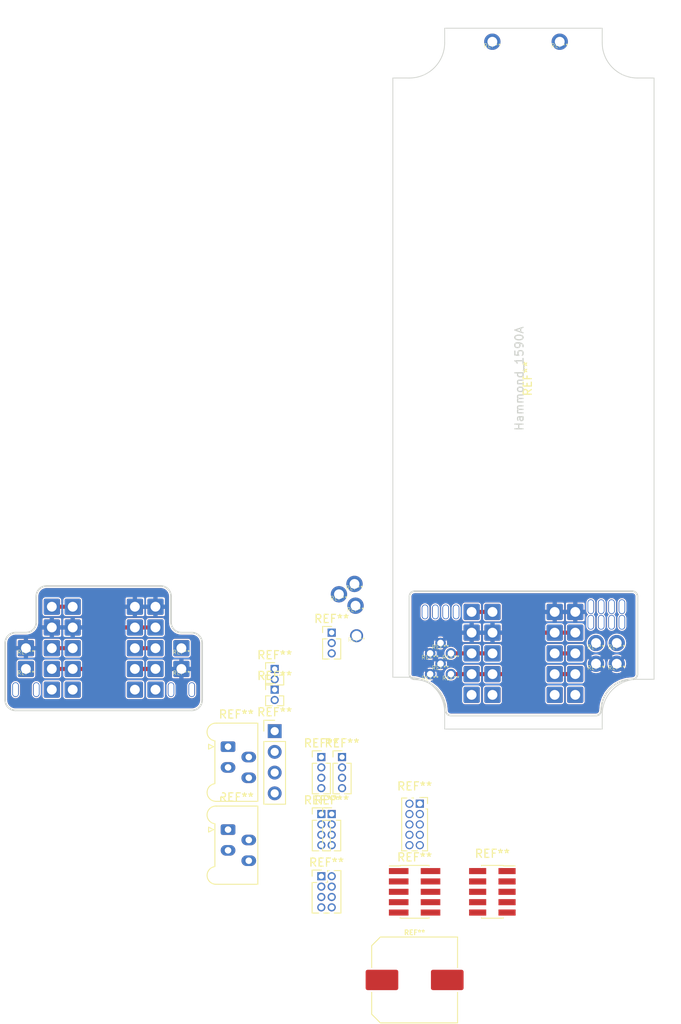
<source format=kicad_pcb>
(kicad_pcb (version 20171130) (host pcbnew "(5.0.2)-1")
  (layers (0 F.Cu signal) (31 B.Cu signal) (34 B.Paste user) (35 F.Paste user) (36 B.SilkS user) (37 F.SilkS user) (38 B.Mask user) (39 F.Mask user) (44 Edge.Cuts user))
  (net 0 "")
  (net 1 /IN)
  (net 2 /OUT)
  (net 3 /RTN)
  (net 4 /SND)
  (net 5 /GND)
  (net 6 /CAP_-)
  (net 7 /SW_1)
  (net 8 /SW_2)
  (module SA_Connectors_Wire:NPTH_1x_3.5mm (layer F.Cu) (at 181.61 26.035)
    (fp_text reference REF** (at 0 0.5) (layer F.SilkS) (effects (font (size 0.5 0.5) (thickness 0.05))))
    (fp_text value NPTH_1x_3.5mm hide)
    (pad "" thru_hole circle (at 0 0) (size 2 2) (drill 1.2) (layers *.Cu *.Mask) (net 5 /GND))
  )
  (module Connector_PinHeader_1.27mm:PinHeader_1x04_P1.27mm_Vertical (layer F.Cu) (at 153.67 120.65)
    (fp_text reference REF** (at 0 -1.695) (layer F.SilkS))
    (fp_text value PinHeader_1x04_P1.27mm_Vertical)
    (fp_line (start -1.11 4.505) (end -0.30753 4.505) (layer F.SilkS) (width 0.12))
    (fp_line (start 0.30753 4.505) (end 1.11 4.505) (layer F.SilkS) (width 0.12))
    (fp_line (start -1.11 0.76) (end -1.11 4.505) (layer F.SilkS) (width 0.12))
    (fp_line (start 1.11 0.76) (end 1.11 4.505) (layer F.SilkS) (width 0.12))
    (fp_line (start -1.11 0.76) (end -0.563471 0.76) (layer F.SilkS) (width 0.12))
    (fp_line (start 0.563471 0.76) (end 1.11 0.76) (layer F.SilkS) (width 0.12))
    (fp_line (start -1.11 0) (end -1.11 -0.76) (layer F.SilkS) (width 0.12))
    (fp_line (start -1.11 -0.76) (end 0 -0.76) (layer F.SilkS) (width 0.12))
    (pad 1 thru_hole rect (at 0 0) (size 1 1) (drill 0.65) (layers *.Cu *.Mask))
    (pad 2 thru_hole oval (at 0 1.27) (size 1 1) (drill 0.65) (layers *.Cu *.Mask))
    (pad 3 thru_hole oval (at 0 2.54) (size 1 1) (drill 0.65) (layers *.Cu *.Mask))
    (pad 4 thru_hole oval (at 0 3.81) (size 1 1) (drill 0.65) (layers *.Cu *.Mask))
  )
  (module Connector_PinHeader_1.27mm:PinHeader_1x04_P1.27mm_Vertical (layer F.Cu) (at 152.4 120.65)
    (fp_text reference REF** (at 0 -1.695) (layer F.SilkS))
    (fp_text value PinHeader_1x04_P1.27mm_Vertical)
    (fp_line (start -1.11 -0.76) (end 0 -0.76) (layer F.SilkS) (width 0.12))
    (fp_line (start -1.11 0) (end -1.11 -0.76) (layer F.SilkS) (width 0.12))
    (fp_line (start 0.563471 0.76) (end 1.11 0.76) (layer F.SilkS) (width 0.12))
    (fp_line (start -1.11 0.76) (end -0.563471 0.76) (layer F.SilkS) (width 0.12))
    (fp_line (start 1.11 0.76) (end 1.11 4.505) (layer F.SilkS) (width 0.12))
    (fp_line (start -1.11 0.76) (end -1.11 4.505) (layer F.SilkS) (width 0.12))
    (fp_line (start 0.30753 4.505) (end 1.11 4.505) (layer F.SilkS) (width 0.12))
    (fp_line (start -1.11 4.505) (end -0.30753 4.505) (layer F.SilkS) (width 0.12))
    (pad 4 thru_hole oval (at 0 3.81) (size 1 1) (drill 0.65) (layers *.Cu *.Mask))
    (pad 3 thru_hole oval (at 0 2.54) (size 1 1) (drill 0.65) (layers *.Cu *.Mask))
    (pad 2 thru_hole oval (at 0 1.27) (size 1 1) (drill 0.65) (layers *.Cu *.Mask))
    (pad 1 thru_hole rect (at 0 0) (size 1 1) (drill 0.65) (layers *.Cu *.Mask))
  )
  (module Connector_PinHeader_1.27mm:PinHeader_1x04_P1.27mm_Vertical (layer F.Cu) (at 154.94 113.665)
    (fp_text reference REF** (at 0 -1.695) (layer F.SilkS))
    (fp_text value PinHeader_1x04_P1.27mm_Vertical)
    (fp_line (start -1.11 4.505) (end -0.30753 4.505) (layer F.SilkS) (width 0.12))
    (fp_line (start 0.30753 4.505) (end 1.11 4.505) (layer F.SilkS) (width 0.12))
    (fp_line (start -1.11 0.76) (end -1.11 4.505) (layer F.SilkS) (width 0.12))
    (fp_line (start 1.11 0.76) (end 1.11 4.505) (layer F.SilkS) (width 0.12))
    (fp_line (start -1.11 0.76) (end -0.563471 0.76) (layer F.SilkS) (width 0.12))
    (fp_line (start 0.563471 0.76) (end 1.11 0.76) (layer F.SilkS) (width 0.12))
    (fp_line (start -1.11 0) (end -1.11 -0.76) (layer F.SilkS) (width 0.12))
    (fp_line (start -1.11 -0.76) (end 0 -0.76) (layer F.SilkS) (width 0.12))
    (pad 1 thru_hole rect (at 0 0) (size 1 1) (drill 0.65) (layers *.Cu *.Mask))
    (pad 2 thru_hole oval (at 0 1.27) (size 1 1) (drill 0.65) (layers *.Cu *.Mask))
    (pad 3 thru_hole oval (at 0 2.54) (size 1 1) (drill 0.65) (layers *.Cu *.Mask))
    (pad 4 thru_hole oval (at 0 3.81) (size 1 1) (drill 0.65) (layers *.Cu *.Mask))
  )
  (module Connector_PinHeader_1.27mm:PinHeader_1x02_P1.27mm_Vertical (layer F.Cu) (at 146.685 102.87)
    (fp_text reference REF** (at 0 -1.695) (layer F.SilkS))
    (fp_text value PinHeader_1x02_P1.27mm_Vertical)
    (fp_line (start -1.11 1.965) (end -0.30753 1.965) (layer F.SilkS) (width 0.12))
    (fp_line (start 0.30753 1.965) (end 1.11 1.965) (layer F.SilkS) (width 0.12))
    (fp_line (start -1.11 0.76) (end -1.11 1.965) (layer F.SilkS) (width 0.12))
    (fp_line (start 1.11 0.76) (end 1.11 1.965) (layer F.SilkS) (width 0.12))
    (fp_line (start -1.11 0.76) (end -0.563471 0.76) (layer F.SilkS) (width 0.12))
    (fp_line (start 0.563471 0.76) (end 1.11 0.76) (layer F.SilkS) (width 0.12))
    (fp_line (start -1.11 0) (end -1.11 -0.76) (layer F.SilkS) (width 0.12))
    (fp_line (start -1.11 -0.76) (end 0 -0.76) (layer F.SilkS) (width 0.12))
    (pad 1 thru_hole rect (at 0 0) (size 1 1) (drill 0.65) (layers *.Cu *.Mask))
    (pad 2 thru_hole oval (at 0 1.27) (size 1 1) (drill 0.65) (layers *.Cu *.Mask))
  )
  (module SA_Connectors_Wire:ZipTie_Hole_1.6x0.6_PTH_0.2_mm_Annular (layer F.Cu) (at 165.1 95.885)
    (fp_text reference REF** hide)
    (fp_text value ZipTie_Hole_1.6x0.6_PTH_0.2_mm_Annular hide)
    (pad "" thru_hole oval (at 0 0) (size 0.8 1.8) (drill oval 0.6 1.6) (layers *.Cu *.Mask))
  )
  (module SA_Connectors_Wire:ZipTie_Hole_1.6x0.6_PTH_0.2_mm_Annular (layer F.Cu) (at 166.37 95.885)
    (fp_text reference REF** hide)
    (fp_text value ZipTie_Hole_1.6x0.6_PTH_0.2_mm_Annular hide)
    (pad "" thru_hole oval (at 0 0) (size 0.8 1.8) (drill oval 0.6 1.6) (layers *.Cu *.Mask))
  )
  (module SA_Connectors_Wire:NPTH_1x_3.5mm (layer F.Cu) (at 167.005 102.235)
    (fp_text reference REF** (at 0 0.5) (layer F.SilkS) (effects (font (size 0.5 0.5) (thickness 0.05))))
    (fp_text value NPTH_1x_3.5mm hide)
    (pad "" thru_hole circle (at 0 0) (size 1.3 1.3) (drill 0.8) (layers *.Cu *.Mask) (net 5 /GND))
  )
  (module SA_Connectors_Wire:NPTH_1x_3.5mm (layer F.Cu) (at 165.735 103.505)
    (fp_text reference REF** (at 0 0.5) (layer F.SilkS) (effects (font (size 0.5 0.5) (thickness 0.05))))
    (fp_text value NPTH_1x_3.5mm hide)
    (pad "" thru_hole circle (at 0 0) (size 1.3 1.3) (drill 0.8) (layers *.Cu *.Mask) (net 5 /GND))
  )
  (module SA_Connectors_Wire:NPTH_1x_3.5mm (layer F.Cu) (at 165.735 100.965)
    (fp_text reference REF** (at 0 0.5) (layer F.SilkS) (effects (font (size 0.5 0.5) (thickness 0.05))))
    (fp_text value NPTH_1x_3.5mm hide)
    (pad "" thru_hole circle (at 0 0) (size 1.3 1.3) (drill 0.8) (layers *.Cu *.Mask) (net 5 /GND))
  )
  (module SA_Connectors_Wire:NPTH_1x_3.5mm (layer F.Cu) (at 167.005 99.695)
    (fp_text reference REF** (at 0 0.5) (layer F.SilkS) (effects (font (size 0.5 0.5) (thickness 0.05))))
    (fp_text value NPTH_1x_3.5mm hide)
    (pad "" thru_hole circle (at 0 0) (size 1.3 1.3) (drill 0.8) (layers *.Cu *.Mask) (net 5 /GND))
  )
  (module SA_Connectors_Wire:NPTH_1x_3.5mm (layer F.Cu) (at 156.718 98.806)
    (fp_text reference REF** (at 0 0.5) (layer F.SilkS) (effects (font (size 0.5 0.5) (thickness 0.05))))
    (fp_text value NPTH_1x_3.5mm hide)
    (pad "" thru_hole circle (at 0 0) (size 1.6 1.6) (drill 1.2) (layers *.Cu *.Mask) (net 1 /IN))
  )
  (module SA_Connectors_Wire:NPTH_1x_3.5mm (layer F.Cu) (at 156.591 95.123)
    (fp_text reference REF** (at 0 0.5) (layer F.SilkS) (effects (font (size 0.5 0.5) (thickness 0.05))))
    (fp_text value NPTH_1x_3.5mm hide)
    (pad "" thru_hole circle (at 0 0) (size 2 2) (drill 1.2) (layers *.Cu *.Mask) (net 5 /GND))
  )
  (module SA_Connectors_Wire:NPTH_1x_3.5mm (layer F.Cu) (at 154.559 93.726)
    (fp_text reference REF** (at 0 0.5) (layer F.SilkS) (effects (font (size 0.5 0.5) (thickness 0.05))))
    (fp_text value NPTH_1x_3.5mm hide)
    (pad "" thru_hole circle (at 0 0) (size 2 2) (drill 1.2) (layers *.Cu *.Mask) (net 5 /GND))
  )
  (module SA_Connectors_Wire:NPTH_1x_3.5mm (layer F.Cu) (at 156.464 92.456)
    (fp_text reference REF** (at 0 0.5) (layer F.SilkS) (effects (font (size 0.5 0.5) (thickness 0.05))))
    (fp_text value NPTH_1x_3.5mm hide)
    (pad "" thru_hole circle (at 0 0) (size 2 2) (drill 1.2) (layers *.Cu *.Mask) (net 5 /GND))
  )
  (module SA_Connectors_Wire:NPTH_1x_3.5mm (layer F.Cu) (at 168.275 100.965)
    (fp_text reference REF** (at 0 0.5) (layer F.SilkS) (effects (font (size 0.5 0.5) (thickness 0.05))))
    (fp_text value NPTH_1x_3.5mm hide)
    (pad "" thru_hole circle (at 0 0) (size 1.3 1.3) (drill 0.8) (layers *.Cu *.Mask) (net 4 /SND))
  )
  (module SA_Connectors_Wire:NPTH_1x_3.5mm (layer F.Cu) (at 188.595 102.235)
    (fp_text reference REF** (at 0 0.5) (layer F.SilkS) (effects (font (size 0.5 0.5) (thickness 0.05))))
    (fp_text value NPTH_1x_3.5mm hide)
    (pad "" thru_hole circle (at 0 0) (size 2 2) (drill 1.2) (layers *.Cu *.Mask) (net 5 /GND))
  )
  (module SA_Connectors_Wire:NPTH_1x_3.5mm (layer F.Cu) (at 188.595 99.695)
    (fp_text reference REF** (at 0 0.5) (layer F.SilkS) (effects (font (size 0.5 0.5) (thickness 0.05))))
    (fp_text value NPTH_1x_3.5mm hide)
    (pad "" thru_hole circle (at 0 0) (size 2 2) (drill 1.2) (layers *.Cu *.Mask) (net 3 /RTN))
  )
  (module SA_Connectors_Wire:ZipTie_Hole_1.6x0.6_PTH_0.2_mm_Annular (layer F.Cu) (at 189.23 97.155)
    (fp_text reference REF** hide)
    (fp_text value ZipTie_Hole_1.6x0.6_PTH_0.2_mm_Annular hide)
    (pad "" thru_hole oval (at 0 0) (size 0.8 1.8) (drill oval 0.6 1.6) (layers *.Cu *.Mask))
  )
  (module SA_Connectors_Wire:ZipTie_Hole_1.6x0.6_PTH_0.2_mm_Annular (layer F.Cu) (at 187.96 97.155)
    (fp_text reference REF** hide)
    (fp_text value ZipTie_Hole_1.6x0.6_PTH_0.2_mm_Annular hide)
    (pad "" thru_hole oval (at 0 0) (size 0.8 1.8) (drill oval 0.6 1.6) (layers *.Cu *.Mask))
  )
  (module SA_Connectors_Wire:ZipTie_Hole_1.6x0.6_PTH_0.2_mm_Annular (layer F.Cu) (at 189.23 95.25)
    (fp_text reference REF** hide)
    (fp_text value ZipTie_Hole_1.6x0.6_PTH_0.2_mm_Annular hide)
    (pad "" thru_hole oval (at 0 0) (size 0.8 1.8) (drill oval 0.6 1.6) (layers *.Cu *.Mask))
  )
  (module SA_Connectors_Wire:ZipTie_Hole_1.6x0.6_PTH_0.2_mm_Annular (layer F.Cu) (at 187.96 95.25)
    (fp_text reference REF** hide)
    (fp_text value ZipTie_Hole_1.6x0.6_PTH_0.2_mm_Annular hide)
    (pad "" thru_hole oval (at 0 0) (size 0.8 1.8) (drill oval 0.6 1.6) (layers *.Cu *.Mask))
  )
  (module SA_Connectors_Wire:ZipTie_Hole_1.6x0.6_PTH_0.2_mm_Annular (layer F.Cu) (at 185.42 95.25)
    (fp_text reference REF** hide)
    (fp_text value ZipTie_Hole_1.6x0.6_PTH_0.2_mm_Annular hide)
    (pad "" thru_hole oval (at 0 0) (size 0.8 1.8) (drill oval 0.6 1.6) (layers *.Cu *.Mask))
  )
  (module SA_Connectors_Wire:ZipTie_Hole_1.6x0.6_PTH_0.2_mm_Annular (layer F.Cu) (at 186.69 95.25)
    (fp_text reference REF** hide)
    (fp_text value ZipTie_Hole_1.6x0.6_PTH_0.2_mm_Annular hide)
    (pad "" thru_hole oval (at 0 0) (size 0.8 1.8) (drill oval 0.6 1.6) (layers *.Cu *.Mask))
  )
  (module Connector_PinHeader_2.54mm:PinHeader_1x05_P2.54mm_Vertical (layer F.Cu) (at 170.815 95.885)
    (fp_text reference J1 hide)
    (fp_text value PinHeader_1x05_P2.54mm_Vertical_Bottom hide)
    (pad 5 thru_hole roundrect (at 0 10.16) (size 2 2) (drill 1.2) (layers *.Cu *.Mask) (roundrect_rratio 0.1) (net 7 /SW_1))
    (pad 4 thru_hole roundrect (at 0 7.62) (size 2 2) (drill 1.2) (layers *.Cu *.Mask) (roundrect_rratio 0.1) (net 1 /IN))
    (pad 3 thru_hole roundrect (at 0 5.08) (size 2 2) (drill 1.2) (layers *.Cu *.Mask) (roundrect_rratio 0.1) (net 4 /SND))
    (pad 2 thru_hole roundrect (at 0 2.54) (size 2 2) (drill 1.2) (layers *.Cu *.Mask) (roundrect_rratio 0.1) (net 5 /GND))
    (pad 1 thru_hole roundrect (at 0 0) (size 2 2) (drill 1.2) (layers *.Cu *.Mask) (roundrect_rratio 0.1) (net 6 /CAP_-))
  )
  (module SA_Connectors_Wire:NPTH_1x_3.5mm (layer F.Cu) (at 186.055 99.695)
    (fp_text reference REF** (at 0 0.5) (layer F.SilkS) (effects (font (size 0.5 0.5) (thickness 0.05))))
    (fp_text value NPTH_1x_3.5mm hide)
    (pad "" thru_hole circle (at 0 0) (size 2 2) (drill 1.2) (layers *.Cu *.Mask) (net 2 /OUT))
  )
  (module SA_Connectors_Wire:NPTH_1x_3.5mm (layer F.Cu) (at 168.275 103.505)
    (fp_text reference REF** (at 0 0.5) (layer F.SilkS) (effects (font (size 0.5 0.5) (thickness 0.05))))
    (fp_text value NPTH_1x_3.5mm hide)
    (pad "" thru_hole circle (at 0 0) (size 1.3 1.3) (drill 0.8) (layers *.Cu *.Mask) (net 1 /IN))
  )
  (module SA_Connectors_Wire:ZipTie_Hole_1.6x0.6_PTH_0.2_mm_Annular (layer F.Cu) (at 168.91 95.885)
    (fp_text reference REF** hide)
    (fp_text value ZipTie_Hole_1.6x0.6_PTH_0.2_mm_Annular hide)
    (pad "" thru_hole oval (at 0 0) (size 0.8 1.8) (drill oval 0.6 1.6) (layers *.Cu *.Mask))
  )
  (module SA_Connectors_Wire:ZipTie_Hole_1.6x0.6_PTH_0.2_mm_Annular (layer F.Cu) (at 185.42 97.155)
    (fp_text reference REF** hide)
    (fp_text value ZipTie_Hole_1.6x0.6_PTH_0.2_mm_Annular hide)
    (pad "" thru_hole oval (at 0 0) (size 0.8 1.8) (drill oval 0.6 1.6) (layers *.Cu *.Mask))
  )
  (module SA_Relays_THT:Kemet_EA2-5SNJ (layer F.Cu) (at 177.165 100.965)
    (fp_text reference K1 hide)
    (fp_text value Kemet_EA2-5SNJ)
    (pad 10 thru_hole roundrect (at 3.827711 -5.077203) (size 2 2) (drill 1.2) (layers *.Cu *.Mask) (roundrect_rratio 0.1) (net 5 /GND))
    (pad 9 thru_hole roundrect (at 3.827711 -2.537203) (size 2 2) (drill 1.2) (layers *.Cu *.Mask) (roundrect_rratio 0.1) (net 1 /IN))
    (pad 8 thru_hole roundrect (at 3.827711 0.002797) (size 2 2) (drill 1.2) (layers *.Cu *.Mask) (roundrect_rratio 0.1) (net 2 /OUT))
    (pad 7 thru_hole roundrect (at 3.827711 2.542797) (size 2 2) (drill 1.2) (layers *.Cu *.Mask) (roundrect_rratio 0.1) (net 3 /RTN))
    (pad 6 thru_hole roundrect (at 3.827711 5.082797) (size 2 2) (drill 1.2) (layers *.Cu *.Mask) (roundrect_rratio 0.1))
    (pad 5 thru_hole roundrect (at -3.792289 5.082797) (size 2 2) (drill 1.2) (layers *.Cu *.Mask) (roundrect_rratio 0.1))
    (pad 4 thru_hole roundrect (at -3.792289 2.542797) (size 2 2) (drill 1.2) (layers *.Cu *.Mask) (roundrect_rratio 0.1) (net 1 /IN))
    (pad 3 thru_hole roundrect (at -3.792289 0.002797) (size 2 2) (drill 1.2) (layers *.Cu *.Mask) (roundrect_rratio 0.1) (net 4 /SND))
    (pad 2 thru_hole roundrect (at -3.792289 -2.537203) (size 2 2) (drill 1.2) (layers *.Cu *.Mask) (roundrect_rratio 0.1) (net 5 /GND))
    (pad 1 thru_hole roundrect (at -3.792289 -5.077203) (size 2 2) (drill 1.2) (layers *.Cu *.Mask) (roundrect_rratio 0.1) (net 6 /CAP_-))
  )
  (module Connector_PinHeader_2.54mm:PinHeader_1x05_P2.54mm_Vertical (layer F.Cu) (at 183.515 95.885)
    (fp_text reference J3 hide)
    (fp_text value PinHeader_1x05_P2.54mm_Vertical_Bottom hide)
    (pad 6 thru_hole roundrect (at 0 10.16) (size 2 2) (drill 1.2) (layers *.Cu *.Mask) (roundrect_rratio 0.1) (net 8 /SW_2))
    (pad 7 thru_hole roundrect (at 0 7.62) (size 2 2) (drill 1.2) (layers *.Cu *.Mask) (roundrect_rratio 0.1) (net 3 /RTN))
    (pad 8 thru_hole roundrect (at 0 5.08) (size 2 2) (drill 1.2) (layers *.Cu *.Mask) (roundrect_rratio 0.1) (net 2 /OUT))
    (pad 9 thru_hole roundrect (at 0 2.54) (size 2 2) (drill 1.2) (layers *.Cu *.Mask) (roundrect_rratio 0.1) (net 1 /IN))
    (pad 10 thru_hole roundrect (at 0 0) (size 2 2) (drill 1.2) (layers *.Cu *.Mask) (roundrect_rratio 0.1) (net 5 /GND))
  )
  (module SA_Connectors_Wire:ZipTie_Hole_1.6x0.6_PTH_0.2_mm_Annular (layer F.Cu) (at 167.64 95.885)
    (fp_text reference REF** hide)
    (fp_text value ZipTie_Hole_1.6x0.6_PTH_0.2_mm_Annular hide)
    (pad "" thru_hole oval (at 0 0) (size 0.8 1.8) (drill oval 0.6 1.6) (layers *.Cu *.Mask))
  )
  (module SA_Connectors_Wire:NPTH_1x_3.5mm (layer F.Cu) (at 186.055 102.235)
    (fp_text reference REF** (at 0 0.5) (layer F.SilkS) (effects (font (size 0.5 0.5) (thickness 0.05))))
    (fp_text value NPTH_1x_3.5mm hide)
    (pad "" thru_hole circle (at 0 0) (size 2 2) (drill 1.2) (layers *.Cu *.Mask) (net 5 /GND))
  )
  (module SA_Connectors_Wire:NPTH_1x_3.5mm (layer F.Cu) (at 173.355 26.035)
    (fp_text reference REF** (at 0 0.5) (layer F.SilkS) (effects (font (size 0.5 0.5) (thickness 0.05))))
    (fp_text value NPTH_1x_3.5mm hide)
    (pad "" thru_hole circle (at 0 0) (size 2 2) (drill 1.2) (layers *.Cu *.Mask) (net 5 /GND))
  )
  (module SA_Connectors_Wire:ZipTie_Hole_1.6x0.6_PTH_0.2_mm_Annular (layer F.Cu) (at 186.69 97.155)
    (fp_text reference REF** hide)
    (fp_text value ZipTie_Hole_1.6x0.6_PTH_0.2_mm_Annular hide)
    (pad "" thru_hole oval (at 0 0) (size 0.8 1.8) (drill oval 0.6 1.6) (layers *.Cu *.Mask))
  )
  (module SA_Connectors_Wire:ZipTie_Hole_1.6x0.6_PTH_0.2_mm_Annular (layer F.Cu) (at 114.935 105.41)
    (fp_text reference REF** hide)
    (fp_text value ZipTie_Hole_1.6x0.6_PTH_0.2_mm_Annular hide)
    (pad "" thru_hole oval (at 0 0) (size 0.8 1.8) (drill oval 0.6 1.6) (layers *.Cu *.Mask))
  )
  (module SA_Connectors_Wire:ZipTie_Hole_1.6x0.6_PTH_0.2_mm_Annular (layer F.Cu) (at 117.475 105.41)
    (fp_text reference REF** hide)
    (fp_text value ZipTie_Hole_1.6x0.6_PTH_0.2_mm_Annular hide)
    (pad "" thru_hole oval (at 0 0) (size 0.8 1.8) (drill oval 0.6 1.6) (layers *.Cu *.Mask))
  )
  (module SA_Connectors_Wire:ZipTie_Hole_1.6x0.6_PTH_0.2_mm_Annular (layer F.Cu) (at 136.525 105.41)
    (fp_text reference REF** hide)
    (fp_text value ZipTie_Hole_1.6x0.6_PTH_0.2_mm_Annular hide)
    (pad "" thru_hole oval (at 0 0) (size 0.8 1.8) (drill oval 0.6 1.6) (layers *.Cu *.Mask))
  )
  (module SA_Connectors_Wire:NPTH_1x_3.5mm (layer F.Cu) (at 116.205 100.33)
    (fp_text reference REF** (at 0 0.5) (layer F.SilkS) (effects (font (size 0.5 0.5) (thickness 0.05))))
    (fp_text value NPTH_1x_3.5mm hide)
    (pad "" thru_hole roundrect (at 0 0) (size 2 2) (drill 1.2) (layers *.Cu *.Mask) (roundrect_rratio 0.1) (net 5 /GND))
  )
  (module SA_Connectors_Wire:NPTH_1x_3.5mm (layer F.Cu) (at 135.255 102.87)
    (fp_text reference REF** (at 0 0.5) (layer F.SilkS) (effects (font (size 0.5 0.5) (thickness 0.05))))
    (fp_text value NPTH_1x_3.5mm hide)
    (pad "" thru_hole roundrect (at 0 0) (size 2 2) (drill 1.2) (layers *.Cu *.Mask) (roundrect_rratio 0.1) (net 5 /GND))
  )
  (module SA_Connectors_Wire:NPTH_1x_3.5mm (layer F.Cu) (at 116.205 102.87)
    (fp_text reference REF** (at 0 0.5) (layer F.SilkS) (effects (font (size 0.5 0.5) (thickness 0.05))))
    (fp_text value NPTH_1x_3.5mm hide)
    (pad "" thru_hole roundrect (at 0 0) (size 2 2) (drill 1.2) (layers *.Cu *.Mask) (roundrect_rratio 0.1) (net 1 /IN))
  )
  (module SA_Connectors_Wire:NPTH_1x_3.5mm (layer F.Cu) (at 135.255 100.33)
    (fp_text reference REF** (at 0 0.5) (layer F.SilkS) (effects (font (size 0.5 0.5) (thickness 0.05))))
    (fp_text value NPTH_1x_3.5mm hide)
    (pad "" thru_hole roundrect (at 0 0) (size 2 2) (drill 1.2) (layers *.Cu *.Mask) (roundrect_rratio 0.1) (net 2 /OUT))
  )
  (module SA_Relays_THT:Kemet_EA2-5SNJ (layer F.Cu) (at 125.73 100.33)
    (fp_text reference K1 hide)
    (fp_text value Kemet_EA2-5SNJ)
    (pad 1 thru_hole roundrect (at -3.792289 -5.077203) (size 2 2) (drill 1.2) (layers *.Cu *.Mask) (roundrect_rratio 0.1) (net 6 /CAP_-))
    (pad 2 thru_hole roundrect (at -3.792289 -2.537203) (size 2 2) (drill 1.2) (layers *.Cu *.Mask) (roundrect_rratio 0.1) (net 5 /GND))
    (pad 3 thru_hole roundrect (at -3.792289 0.002797) (size 2 2) (drill 1.2) (layers *.Cu *.Mask) (roundrect_rratio 0.1) (net 4 /SND))
    (pad 4 thru_hole roundrect (at -3.792289 2.542797) (size 2 2) (drill 1.2) (layers *.Cu *.Mask) (roundrect_rratio 0.1) (net 1 /IN))
    (pad 5 thru_hole roundrect (at -3.792289 5.082797) (size 2 2) (drill 1.2) (layers *.Cu *.Mask) (roundrect_rratio 0.1))
    (pad 6 thru_hole roundrect (at 3.827711 5.082797) (size 2 2) (drill 1.2) (layers *.Cu *.Mask) (roundrect_rratio 0.1))
    (pad 7 thru_hole roundrect (at 3.827711 2.542797) (size 2 2) (drill 1.2) (layers *.Cu *.Mask) (roundrect_rratio 0.1) (net 3 /RTN))
    (pad 8 thru_hole roundrect (at 3.827711 0.002797) (size 2 2) (drill 1.2) (layers *.Cu *.Mask) (roundrect_rratio 0.1) (net 2 /OUT))
    (pad 9 thru_hole roundrect (at 3.827711 -2.537203) (size 2 2) (drill 1.2) (layers *.Cu *.Mask) (roundrect_rratio 0.1) (net 1 /IN))
    (pad 10 thru_hole roundrect (at 3.827711 -5.077203) (size 2 2) (drill 1.2) (layers *.Cu *.Mask) (roundrect_rratio 0.1) (net 5 /GND))
  )
  (module Connector_PinHeader_2.54mm:PinHeader_1x05_P2.54mm_Vertical (layer F.Cu) (at 132.08 95.25)
    (fp_text reference J3 hide)
    (fp_text value PinHeader_1x05_P2.54mm_Vertical_Bottom hide)
    (pad 10 thru_hole roundrect (at 0 0) (size 2 2) (drill 1.2) (layers *.Cu *.Mask) (roundrect_rratio 0.1) (net 5 /GND))
    (pad 9 thru_hole roundrect (at 0 2.54) (size 2 2) (drill 1.2) (layers *.Cu *.Mask) (roundrect_rratio 0.1) (net 1 /IN))
    (pad 8 thru_hole roundrect (at 0 5.08) (size 2 2) (drill 1.2) (layers *.Cu *.Mask) (roundrect_rratio 0.1) (net 2 /OUT))
    (pad 7 thru_hole roundrect (at 0 7.62) (size 2 2) (drill 1.2) (layers *.Cu *.Mask) (roundrect_rratio 0.1) (net 3 /RTN))
    (pad 6 thru_hole roundrect (at 0 10.16) (size 2 2) (drill 1.2) (layers *.Cu *.Mask) (roundrect_rratio 0.1) (net 8 /SW_2))
  )
  (module Connector_PinHeader_2.54mm:PinHeader_1x05_P2.54mm_Vertical (layer F.Cu) (at 119.38 95.25)
    (fp_text reference J1 hide)
    (fp_text value PinHeader_1x05_P2.54mm_Vertical_Bottom hide)
    (pad 1 thru_hole roundrect (at 0 0) (size 2 2) (drill 1.2) (layers *.Cu *.Mask) (roundrect_rratio 0.1) (net 6 /CAP_-))
    (pad 2 thru_hole roundrect (at 0 2.54) (size 2 2) (drill 1.2) (layers *.Cu *.Mask) (roundrect_rratio 0.1) (net 5 /GND))
    (pad 3 thru_hole roundrect (at 0 5.08) (size 2 2) (drill 1.2) (layers *.Cu *.Mask) (roundrect_rratio 0.1) (net 4 /SND))
    (pad 4 thru_hole roundrect (at 0 7.62) (size 2 2) (drill 1.2) (layers *.Cu *.Mask) (roundrect_rratio 0.1) (net 1 /IN))
    (pad 5 thru_hole roundrect (at 0 10.16) (size 2 2) (drill 1.2) (layers *.Cu *.Mask) (roundrect_rratio 0.1) (net 7 /SW_1))
  )
  (module SA_Enclosures:Hammond_1590A (layer F.Cu) (at 177.165 67.31 90)
    (fp_text reference REF** (at 0 0.508 90) (layer F.SilkS))
    (fp_text value Hammond_1590A (at 0 -0.508 90) (layer Edge.Cuts))
    (fp_line (start 36.83 13.97) (end 36.83 16.002) (layer Edge.Cuts) (width 0.1))
    (fp_line (start -36.83 13.97) (end -36.83 16.002) (layer Edge.Cuts) (width 0.1))
    (fp_line (start -41.148 9.652) (end -42.926 9.652) (layer Edge.Cuts) (width 0.1))
    (fp_line (start -40.894 -9.652) (end -42.926 -9.652) (layer Edge.Cuts) (width 0.1))
    (fp_line (start -36.576 -13.97) (end -36.576 -16.002) (layer Edge.Cuts) (width 0.1))
    (fp_line (start 36.83 -13.97) (end 36.83 -16.002) (layer Edge.Cuts) (width 0.1))
    (fp_line (start 41.148 -9.652) (end 42.926 -9.652) (layer Edge.Cuts) (width 0.1))
    (fp_line (start 41.148 9.652) (end 42.926 9.652) (layer Edge.Cuts) (width 0.1))
    (fp_arc (start 41.148 -13.97) (end 36.83 -13.97) (angle -90) (layer Edge.Cuts) (width 0.1))
    (fp_arc (start 41.148 13.97) (end 41.148 9.652) (angle -90) (layer Edge.Cuts) (width 0.1))
    (fp_arc (start -40.894 -13.97) (end -40.894 -9.652) (angle -90) (layer Edge.Cuts) (width 0.1))
    (fp_arc (start -41.148 13.97) (end -36.83 13.97) (angle -90) (layer Edge.Cuts) (width 0.1))
    (fp_line (start -42.926 -9.652) (end -42.926 9.652) (layer Edge.Cuts) (width 0.1))
    (fp_line (start 36.83 -16.002) (end -36.576 -16.002) (layer Edge.Cuts) (width 0.1))
    (fp_line (start 42.926 9.652) (end 42.926 -9.652) (layer Edge.Cuts) (width 0.1))
    (fp_line (start -36.83 16.002) (end 36.83 16.002) (layer Edge.Cuts) (width 0.1))
  )
  (module SA_Connectors_Wire:ZipTie_Hole_1.6x0.6_PTH_0.2_mm_Annular (layer F.Cu) (at 133.985 105.41)
    (fp_text reference REF** hide)
    (fp_text value ZipTie_Hole_1.6x0.6_PTH_0.2_mm_Annular hide)
    (pad "" thru_hole oval (at 0 0) (size 0.8 1.8) (drill oval 0.6 1.6) (layers *.Cu *.Mask))
  )
  (module Connector_PinHeader_1.27mm:PinHeader_1x03_P1.27mm_Vertical (layer F.Cu) (at 153.67 98.425)
    (fp_text reference REF** (at 0 -1.695) (layer F.SilkS))
    (fp_text value PinHeader_1x03_P1.27mm_Vertical)
    (fp_line (start -1.11 -0.76) (end 0 -0.76) (layer F.SilkS) (width 0.12))
    (fp_line (start -1.11 0) (end -1.11 -0.76) (layer F.SilkS) (width 0.12))
    (fp_line (start 0.563471 0.76) (end 1.11 0.76) (layer F.SilkS) (width 0.12))
    (fp_line (start -1.11 0.76) (end -0.563471 0.76) (layer F.SilkS) (width 0.12))
    (fp_line (start 1.11 0.76) (end 1.11 3.235) (layer F.SilkS) (width 0.12))
    (fp_line (start -1.11 0.76) (end -1.11 3.235) (layer F.SilkS) (width 0.12))
    (fp_line (start 0.30753 3.235) (end 1.11 3.235) (layer F.SilkS) (width 0.12))
    (fp_line (start -1.11 3.235) (end -0.30753 3.235) (layer F.SilkS) (width 0.12))
    (pad 3 thru_hole oval (at 0 2.54) (size 1 1) (drill 0.65) (layers *.Cu *.Mask))
    (pad 2 thru_hole oval (at 0 1.27) (size 1 1) (drill 0.65) (layers *.Cu *.Mask))
    (pad 1 thru_hole rect (at 0 0) (size 1 1) (drill 0.65) (layers *.Cu *.Mask))
  )
  (module Connector_PinHeader_1.27mm:PinHeader_1x02_P1.27mm_Vertical (layer F.Cu) (at 146.685 105.41)
    (fp_text reference REF** (at 0 -1.695) (layer F.SilkS))
    (fp_text value PinHeader_1x02_P1.27mm_Vertical)
    (fp_line (start -1.11 -0.76) (end 0 -0.76) (layer F.SilkS) (width 0.12))
    (fp_line (start -1.11 0) (end -1.11 -0.76) (layer F.SilkS) (width 0.12))
    (fp_line (start 0.563471 0.76) (end 1.11 0.76) (layer F.SilkS) (width 0.12))
    (fp_line (start -1.11 0.76) (end -0.563471 0.76) (layer F.SilkS) (width 0.12))
    (fp_line (start 1.11 0.76) (end 1.11 1.965) (layer F.SilkS) (width 0.12))
    (fp_line (start -1.11 0.76) (end -1.11 1.965) (layer F.SilkS) (width 0.12))
    (fp_line (start 0.30753 1.965) (end 1.11 1.965) (layer F.SilkS) (width 0.12))
    (fp_line (start -1.11 1.965) (end -0.30753 1.965) (layer F.SilkS) (width 0.12))
    (pad 2 thru_hole oval (at 0 1.27) (size 1 1) (drill 0.65) (layers *.Cu *.Mask))
    (pad 1 thru_hole rect (at 0 0) (size 1 1) (drill 0.65) (layers *.Cu *.Mask))
  )
  (module Connector_PinHeader_2.54mm:PinHeader_1x04_P2.54mm_Vertical (layer F.Cu) (at 146.685 110.49)
    (fp_text reference REF** (at 0 -2.33) (layer F.SilkS))
    (fp_text value PinHeader_1x04_P2.54mm_Vertical)
    (fp_line (start -1.33 -1.33) (end 0 -1.33) (layer F.SilkS) (width 0.12))
    (fp_line (start -1.33 0) (end -1.33 -1.33) (layer F.SilkS) (width 0.12))
    (fp_line (start -1.33 1.27) (end 1.33 1.27) (layer F.SilkS) (width 0.12))
    (fp_line (start 1.33 1.27) (end 1.33 8.95) (layer F.SilkS) (width 0.12))
    (fp_line (start -1.33 1.27) (end -1.33 8.95) (layer F.SilkS) (width 0.12))
    (fp_line (start -1.33 8.95) (end 1.33 8.95) (layer F.SilkS) (width 0.12))
    (pad 4 thru_hole oval (at 0 7.62) (size 1.7 1.7) (drill 1) (layers *.Cu *.Mask))
    (pad 3 thru_hole oval (at 0 5.08) (size 1.7 1.7) (drill 1) (layers *.Cu *.Mask))
    (pad 2 thru_hole oval (at 0 2.54) (size 1.7 1.7) (drill 1) (layers *.Cu *.Mask))
    (pad 1 thru_hole rect (at 0 0) (size 1.7 1.7) (drill 1) (layers *.Cu *.Mask))
  )
  (module Connector_PinHeader_1.27mm:PinHeader_1x04_P1.27mm_Vertical (layer F.Cu) (at 152.4 113.665)
    (fp_text reference REF** (at 0 -1.695) (layer F.SilkS))
    (fp_text value PinHeader_1x04_P1.27mm_Vertical)
    (fp_line (start -1.11 -0.76) (end 0 -0.76) (layer F.SilkS) (width 0.12))
    (fp_line (start -1.11 0) (end -1.11 -0.76) (layer F.SilkS) (width 0.12))
    (fp_line (start 0.563471 0.76) (end 1.11 0.76) (layer F.SilkS) (width 0.12))
    (fp_line (start -1.11 0.76) (end -0.563471 0.76) (layer F.SilkS) (width 0.12))
    (fp_line (start 1.11 0.76) (end 1.11 4.505) (layer F.SilkS) (width 0.12))
    (fp_line (start -1.11 0.76) (end -1.11 4.505) (layer F.SilkS) (width 0.12))
    (fp_line (start 0.30753 4.505) (end 1.11 4.505) (layer F.SilkS) (width 0.12))
    (fp_line (start -1.11 4.505) (end -0.30753 4.505) (layer F.SilkS) (width 0.12))
    (pad 4 thru_hole oval (at 0 3.81) (size 1 1) (drill 0.65) (layers *.Cu *.Mask))
    (pad 3 thru_hole oval (at 0 2.54) (size 1 1) (drill 0.65) (layers *.Cu *.Mask))
    (pad 2 thru_hole oval (at 0 1.27) (size 1 1) (drill 0.65) (layers *.Cu *.Mask))
    (pad 1 thru_hole rect (at 0 0) (size 1 1) (drill 0.65) (layers *.Cu *.Mask))
  )
  (module Connector_PinHeader_1.27mm:PinHeader_2x04_P1.27mm_Vertical (layer F.Cu) (at 152.4 128.27)
    (fp_text reference REF** (at 0.635 -1.695) (layer F.SilkS))
    (fp_text value PinHeader_2x04_P1.27mm_Vertical)
    (fp_line (start -1.13 -0.76) (end 0 -0.76) (layer F.SilkS) (width 0.12))
    (fp_line (start -1.13 0) (end -1.13 -0.76) (layer F.SilkS) (width 0.12))
    (fp_line (start 1.57753 -0.695) (end 2.4 -0.695) (layer F.SilkS) (width 0.12))
    (fp_line (start 0.76 -0.695) (end 0.96247 -0.695) (layer F.SilkS) (width 0.12))
    (fp_line (start 0.76 -0.563471) (end 0.76 -0.695) (layer F.SilkS) (width 0.12))
    (fp_line (start 0.76 0.706529) (end 0.76 0.563471) (layer F.SilkS) (width 0.12))
    (fp_line (start 0.563471 0.76) (end 0.706529 0.76) (layer F.SilkS) (width 0.12))
    (fp_line (start -1.13 0.76) (end -0.563471 0.76) (layer F.SilkS) (width 0.12))
    (fp_line (start 2.4 -0.695) (end 2.4 4.505) (layer F.SilkS) (width 0.12))
    (fp_line (start -1.13 0.76) (end -1.13 4.505) (layer F.SilkS) (width 0.12))
    (fp_line (start 0.30753 4.505) (end 0.96247 4.505) (layer F.SilkS) (width 0.12))
    (fp_line (start 1.57753 4.505) (end 2.4 4.505) (layer F.SilkS) (width 0.12))
    (fp_line (start -1.13 4.505) (end -0.30753 4.505) (layer F.SilkS) (width 0.12))
    (pad 8 thru_hole oval (at 1.27 3.81) (size 1 1) (drill 0.65) (layers *.Cu *.Mask))
    (pad 7 thru_hole oval (at 0 3.81) (size 1 1) (drill 0.65) (layers *.Cu *.Mask))
    (pad 6 thru_hole oval (at 1.27 2.54) (size 1 1) (drill 0.65) (layers *.Cu *.Mask))
    (pad 5 thru_hole oval (at 0 2.54) (size 1 1) (drill 0.65) (layers *.Cu *.Mask))
    (pad 4 thru_hole oval (at 1.27 1.27) (size 1 1) (drill 0.65) (layers *.Cu *.Mask))
    (pad 3 thru_hole oval (at 0 1.27) (size 1 1) (drill 0.65) (layers *.Cu *.Mask))
    (pad 2 thru_hole oval (at 1.27 0) (size 1 1) (drill 0.65) (layers *.Cu *.Mask))
    (pad 1 thru_hole rect (at 0 0) (size 1 1) (drill 0.65) (layers *.Cu *.Mask))
  )
  (module Connector_PinHeader_1.27mm:PinHeader_2x05_P1.27mm_Vertical_SMD (layer F.Cu) (at 163.83 130.175)
    (fp_text reference REF** (at 0 -4.235) (layer F.SilkS))
    (fp_text value PinHeader_2x05_P1.27mm_Vertical_SMD)
    (fp_line (start 1.765 3.17) (end 1.765 3.235) (layer F.SilkS) (width 0.12))
    (fp_line (start -1.765 3.17) (end -1.765 3.235) (layer F.SilkS) (width 0.12))
    (fp_line (start 1.765 -3.235) (end 1.765 -3.17) (layer F.SilkS) (width 0.12))
    (fp_line (start -1.765 -3.235) (end -1.765 -3.17) (layer F.SilkS) (width 0.12))
    (fp_line (start -3.09 -3.17) (end -1.765 -3.17) (layer F.SilkS) (width 0.12))
    (fp_line (start -1.765 3.235) (end 1.765 3.235) (layer F.SilkS) (width 0.12))
    (fp_line (start -1.765 -3.235) (end 1.765 -3.235) (layer F.SilkS) (width 0.12))
    (pad 10 smd rect (at 1.95 2.54) (size 2.4 0.74) (layers F.Cu F.Paste F.Mask))
    (pad 9 smd rect (at -1.95 2.54) (size 2.4 0.74) (layers F.Cu F.Paste F.Mask))
    (pad 8 smd rect (at 1.95 1.27) (size 2.4 0.74) (layers F.Cu F.Paste F.Mask))
    (pad 7 smd rect (at -1.95 1.27) (size 2.4 0.74) (layers F.Cu F.Paste F.Mask))
    (pad 6 smd rect (at 1.95 0) (size 2.4 0.74) (layers F.Cu F.Paste F.Mask))
    (pad 5 smd rect (at -1.95 0) (size 2.4 0.74) (layers F.Cu F.Paste F.Mask))
    (pad 4 smd rect (at 1.95 -1.27) (size 2.4 0.74) (layers F.Cu F.Paste F.Mask))
    (pad 3 smd rect (at -1.95 -1.27) (size 2.4 0.74) (layers F.Cu F.Paste F.Mask))
    (pad 2 smd rect (at 1.95 -2.54) (size 2.4 0.74) (layers F.Cu F.Paste F.Mask))
    (pad 1 smd rect (at -1.95 -2.54) (size 2.4 0.74) (layers F.Cu F.Paste F.Mask))
  )
  (module Connector_PinSocket_1.27mm:PinSocket_2x05_P1.27mm_Vertical (layer F.Cu) (at 164.465 119.38)
    (fp_text reference REF** (at -0.635 -2.135) (layer F.SilkS))
    (fp_text value PinSocket_2x05_P1.27mm_Vertical)
    (fp_line (start 0 -0.76) (end 0.95 -0.76) (layer F.SilkS) (width 0.12))
    (fp_line (start 0.95 -0.76) (end 0.95 0) (layer F.SilkS) (width 0.12))
    (fp_line (start 0.76 0.635) (end 0.95 0.635) (layer F.SilkS) (width 0.12))
    (fp_line (start 0.95 0.635) (end 0.95 5.775) (layer F.SilkS) (width 0.12))
    (fp_line (start -0.96247 5.775) (end -0.30753 5.775) (layer F.SilkS) (width 0.12))
    (fp_line (start -2.22 5.775) (end -1.57753 5.775) (layer F.SilkS) (width 0.12))
    (fp_line (start 0.30753 5.775) (end 0.95 5.775) (layer F.SilkS) (width 0.12))
    (fp_line (start -2.22 -0.695) (end -2.22 5.775) (layer F.SilkS) (width 0.12))
    (fp_line (start -0.96247 -0.695) (end -0.76 -0.695) (layer F.SilkS) (width 0.12))
    (fp_line (start -2.22 -0.695) (end -1.57753 -0.695) (layer F.SilkS) (width 0.12))
    (pad 10 thru_hole oval (at -1.27 5.08) (size 1 1) (drill 0.7) (layers *.Cu *.Mask))
    (pad 9 thru_hole oval (at 0 5.08) (size 1 1) (drill 0.7) (layers *.Cu *.Mask))
    (pad 8 thru_hole oval (at -1.27 3.81) (size 1 1) (drill 0.7) (layers *.Cu *.Mask))
    (pad 7 thru_hole oval (at 0 3.81) (size 1 1) (drill 0.7) (layers *.Cu *.Mask))
    (pad 6 thru_hole oval (at -1.27 2.54) (size 1 1) (drill 0.7) (layers *.Cu *.Mask))
    (pad 5 thru_hole oval (at 0 2.54) (size 1 1) (drill 0.7) (layers *.Cu *.Mask))
    (pad 4 thru_hole oval (at -1.27 1.27) (size 1 1) (drill 0.7) (layers *.Cu *.Mask))
    (pad 3 thru_hole oval (at 0 1.27) (size 1 1) (drill 0.7) (layers *.Cu *.Mask))
    (pad 2 thru_hole oval (at -1.27 0) (size 1 1) (drill 0.7) (layers *.Cu *.Mask))
    (pad 1 thru_hole rect (at 0 0) (size 1 1) (drill 0.7) (layers *.Cu *.Mask))
  )
  (module Connector_PinSocket_1.27mm:PinSocket_2x05_P1.27mm_Vertical_SMD (layer F.Cu) (at 173.355 130.175)
    (fp_text reference REF** (at 0 -4.675) (layer F.SilkS))
    (fp_text value PinSocket_2x05_P1.27mm_Vertical_SMD)
    (fp_line (start 1.33 -3.175) (end 2.79 -3.175) (layer F.SilkS) (width 0.12))
    (fp_line (start -1.33 3.175) (end -1.33 3.235) (layer F.SilkS) (width 0.12))
    (fp_line (start -1.33 -3.235) (end -1.33 -3.175) (layer F.SilkS) (width 0.12))
    (fp_line (start -1.33 3.235) (end 1.33 3.235) (layer F.SilkS) (width 0.12))
    (fp_line (start 1.33 3.175) (end 1.33 3.235) (layer F.SilkS) (width 0.12))
    (fp_line (start 1.33 -3.235) (end 1.33 -3.175) (layer F.SilkS) (width 0.12))
    (fp_line (start -1.33 -3.235) (end 1.33 -3.235) (layer F.SilkS) (width 0.12))
    (pad 10 smd rect (at -1.8 2.54) (size 2.1 0.75) (layers F.Cu F.Paste F.Mask))
    (pad 9 smd rect (at 1.8 2.54) (size 2.1 0.75) (layers F.Cu F.Paste F.Mask))
    (pad 8 smd rect (at -1.8 1.27) (size 2.1 0.75) (layers F.Cu F.Paste F.Mask))
    (pad 7 smd rect (at 1.8 1.27) (size 2.1 0.75) (layers F.Cu F.Paste F.Mask))
    (pad 6 smd rect (at -1.8 0) (size 2.1 0.75) (layers F.Cu F.Paste F.Mask))
    (pad 5 smd rect (at 1.8 0) (size 2.1 0.75) (layers F.Cu F.Paste F.Mask))
    (pad 4 smd rect (at -1.8 -1.27) (size 2.1 0.75) (layers F.Cu F.Paste F.Mask))
    (pad 3 smd rect (at 1.8 -1.27) (size 2.1 0.75) (layers F.Cu F.Paste F.Mask))
    (pad 2 smd rect (at -1.8 -2.54) (size 2.1 0.75) (layers F.Cu F.Paste F.Mask))
    (pad 1 smd rect (at 1.8 -2.54) (size 2.1 0.75) (layers F.Cu F.Paste F.Mask))
  )
  (module SA_Capacitors_SMD:Nichicon_UWT1E471MNL1GS_470uF_25V_10.0x10.0mm (layer F.Cu) (at 163.83 140.97)
    (fp_text reference REF** (at 0 -5.8) (layer F.SilkS) (effects (font (size 0.6 0.6) (thickness 0.127))))
    (fp_text value Nichicon_UWT1E471MNL1GS_470uF_25V_10.0x10.0mm)
    (fp_line (start -5.26 4.195563) (end -4.195563 5.26) (layer F.SilkS) (width 0.12))
    (fp_line (start -5.26 -4.195563) (end -4.195563 -5.26) (layer F.SilkS) (width 0.12))
    (fp_line (start -5.26 -4.195563) (end -5.26 -1.51) (layer F.SilkS) (width 0.12))
    (fp_line (start -5.26 4.195563) (end -5.26 1.51) (layer F.SilkS) (width 0.12))
    (fp_line (start -4.195563 5.26) (end 5.26 5.26) (layer F.SilkS) (width 0.12))
    (fp_line (start -4.195563 -5.26) (end 5.26 -5.26) (layer F.SilkS) (width 0.12))
    (fp_line (start 5.26 -5.26) (end 5.26 -1.51) (layer F.SilkS) (width 0.12))
    (fp_line (start 5.26 5.26) (end 5.26 1.51) (layer F.SilkS) (width 0.12))
    (pad 2 smd roundrect (at 4 0) (size 4 2.5) (layers F.Cu F.Paste F.Mask) (roundrect_rratio 0.1))
    (pad 1 smd roundrect (at -4 0) (size 4 2.5) (layers F.Cu F.Paste F.Mask) (roundrect_rratio 0.1))
  )
  (module Connector_Molex:Molex_Picoflex_90325-0004_2x02_P1.27mm_Vertical (layer F.Cu) (at 140.97 112.395)
    (fp_text reference REF** (at 1.02 -3.96) (layer F.SilkS))
    (fp_text value Molex_Picoflex_90325-0004_2x02_P1.27mm_Vertical)
    (fp_line (start -2.38 0.3) (end -1.78 0) (layer F.SilkS) (width 0.12))
    (fp_line (start -2.38 -0.3) (end -2.38 0.3) (layer F.SilkS) (width 0.12))
    (fp_line (start -1.78 0) (end -2.38 -0.3) (layer F.SilkS) (width 0.12))
    (fp_line (start -1.61 -0.715) (end -1.61 4.525) (layer F.SilkS) (width 0.12))
    (fp_line (start 3.65 6.695) (end -1.48 6.695) (layer F.SilkS) (width 0.12))
    (fp_line (start 3.65 -2.885) (end 3.65 6.695) (layer F.SilkS) (width 0.12))
    (fp_line (start -1.48 -2.885) (end 3.65 -2.885) (layer F.SilkS) (width 0.12))
    (fp_arc (start -1.48 5.61) (end -1.47 6.695) (angle 170) (layer F.SilkS) (width 0.12))
    (fp_arc (start -1.48 -1.8) (end -1.61 -0.72) (angle 180) (layer F.SilkS) (width 0.12))
    (pad "" np_thru_hole circle (at -1.48 5.61) (size 1.5 1.5) (drill 1.5) (layers *.Cu *.Mask))
    (pad "" np_thru_hole circle (at -1.48 -1.8) (size 1.5 1.5) (drill 1.5) (layers *.Cu *.Mask))
    (pad 4 thru_hole oval (at 2.54 3.81) (size 1.8 1.3) (drill 0.8) (layers *.Cu *.Mask))
    (pad 2 thru_hole oval (at 2.54 1.27) (size 1.8 1.3) (drill 0.8) (layers *.Cu *.Mask))
    (pad 3 thru_hole oval (at 0 2.54) (size 1.8 1.3) (drill 0.8) (layers *.Cu *.Mask))
    (pad 1 thru_hole roundrect (at 0 0) (size 1.8 1.3) (drill 0.8) (layers *.Cu *.Mask) (roundrect_rratio 0.192308))
  )
  (module Connector_Molex:Molex_Picoflex_90325-0004_2x02_P1.27mm_Vertical (layer F.Cu) (at 140.97 122.555)
    (fp_text reference REF** (at 1.02 -3.96) (layer F.SilkS))
    (fp_text value Molex_Picoflex_90325-0004_2x02_P1.27mm_Vertical)
    (fp_line (start -2.38 0.3) (end -1.78 0) (layer F.SilkS) (width 0.12))
    (fp_line (start -2.38 -0.3) (end -2.38 0.3) (layer F.SilkS) (width 0.12))
    (fp_line (start -1.78 0) (end -2.38 -0.3) (layer F.SilkS) (width 0.12))
    (fp_line (start -1.61 -0.715) (end -1.61 4.525) (layer F.SilkS) (width 0.12))
    (fp_line (start 3.65 6.695) (end -1.48 6.695) (layer F.SilkS) (width 0.12))
    (fp_line (start 3.65 -2.885) (end 3.65 6.695) (layer F.SilkS) (width 0.12))
    (fp_line (start -1.48 -2.885) (end 3.65 -2.885) (layer F.SilkS) (width 0.12))
    (fp_arc (start -1.48 5.61) (end -1.47 6.695) (angle 170) (layer F.SilkS) (width 0.12))
    (fp_arc (start -1.48 -1.8) (end -1.61 -0.72) (angle 180) (layer F.SilkS) (width 0.12))
    (pad "" np_thru_hole circle (at -1.48 5.61) (size 1.5 1.5) (drill 1.5) (layers *.Cu *.Mask))
    (pad "" np_thru_hole circle (at -1.48 -1.8) (size 1.5 1.5) (drill 1.5) (layers *.Cu *.Mask))
    (pad 4 thru_hole oval (at 2.54 3.81) (size 1.8 1.3) (drill 0.8) (layers *.Cu *.Mask))
    (pad 2 thru_hole oval (at 2.54 1.27) (size 1.8 1.3) (drill 0.8) (layers *.Cu *.Mask))
    (pad 3 thru_hole oval (at 0 2.54) (size 1.8 1.3) (drill 0.8) (layers *.Cu *.Mask))
    (pad 1 thru_hole roundrect (at 0 0) (size 1.8 1.3) (drill 0.8) (layers *.Cu *.Mask) (roundrect_rratio 0.192308))
  )
  (gr_line (start 186.055 108.585) (end 185.42 108.585) (layer Edge.Cuts) (width 0.2))
  (gr_line (start 191.135 93.98) (end 191.135 94.615) (layer Edge.Cuts) (width 0.2))
  (gr_line (start 163.83 93.345) (end 190.5 93.345) (layer Edge.Cuts) (width 0.2))
  (gr_line (start 163.195 103.505) (end 163.195 93.98) (layer Edge.Cuts) (width 0.2))
  (gr_arc (start 163.83 93.98) (end 163.83 93.345) (angle -90) (layer Edge.Cuts) (width 0.2))
  (gr_arc (start 163.83 103.505) (end 163.195 103.505) (angle -90) (layer Edge.Cuts) (width 0.2))
  (gr_arc (start 163.83 107.95) (end 167.64 107.95) (angle -90) (layer Edge.Cuts) (width 0.2))
  (gr_arc (start 168.275 107.95) (end 167.64 107.95) (angle -90) (layer Edge.Cuts) (width 0.2))
  (gr_arc (start 190.5 93.98) (end 191.135 93.98) (angle -90) (layer Edge.Cuts) (width 0.2))
  (gr_arc (start 190.5 103.505) (end 190.5 104.14) (angle -90) (layer Edge.Cuts) (width 0.2))
  (gr_arc (start 190.5 107.95) (end 190.5 104.14) (angle -90) (layer Edge.Cuts) (width 0.2))
  (gr_line (start 191.135 94.615) (end 191.135 103.505) (layer Edge.Cuts) (width 0.2))
  (gr_line (start 168.275 108.585) (end 185.42 108.585) (layer Edge.Cuts) (width 0.2))
  (gr_arc (start 186.055 107.95) (end 186.055 108.585) (angle -90) (layer Edge.Cuts) (width 0.2))
  (gr_line (start 116.205 98.425) (end 114.935 98.425) (layer Edge.Cuts) (width 0.2))
  (gr_line (start 117.475 93.98) (end 117.475 97.155) (layer Edge.Cuts) (width 0.2))
  (gr_line (start 133.985 97.155) (end 133.985 93.98) (layer Edge.Cuts) (width 0.2))
  (gr_line (start 136.525 98.425) (end 135.255 98.425) (layer Edge.Cuts) (width 0.2))
  (gr_arc (start 136.525 99.695) (end 137.795 99.695) (angle -90) (layer Edge.Cuts) (width 0.2))
  (gr_arc (start 135.255 97.155) (end 133.985 97.155) (angle -90) (layer Edge.Cuts) (width 0.2))
  (gr_arc (start 114.935 99.695) (end 114.935 98.425) (angle -90) (layer Edge.Cuts) (width 0.2))
  (gr_arc (start 116.205 97.155) (end 116.205 98.425) (angle -90) (layer Edge.Cuts) (width 0.2))
  (gr_arc (start 114.935 106.68) (end 113.665 106.68) (angle -90) (layer Edge.Cuts) (width 0.2))
  (gr_arc (start 118.745 93.98) (end 118.745 92.71) (angle -90) (layer Edge.Cuts) (width 0.2))
  (gr_arc (start 132.715 93.98) (end 133.985 93.98) (angle -90) (layer Edge.Cuts) (width 0.2))
  (gr_arc (start 136.525 106.68) (end 136.525 107.95) (angle -90) (layer Edge.Cuts) (width 0.2))
  (gr_line (start 114.935 107.95) (end 136.525 107.95) (layer Edge.Cuts) (width 0.2))
  (gr_line (start 113.665 99.695) (end 113.665 106.68) (layer Edge.Cuts) (width 0.2))
  (gr_line (start 132.715 92.71) (end 118.745 92.71) (layer Edge.Cuts) (width 0.2))
  (gr_line (start 137.795 106.68) (end 137.795 99.695) (layer Edge.Cuts) (width 0.2))
  (segment (start 132.077203 97.792797) (end 132.08 97.79) (width 0.5) (layer F.Cu) (net 1))
  (segment (start 129.557711 97.792797) (end 132.077203 97.792797) (width 0.5) (layer F.Cu) (net 1))
  (segment (start 119.382797 102.872797) (end 119.38 102.87) (width 0.5) (layer F.Cu) (net 1))
  (segment (start 121.937711 102.872797) (end 119.382797 102.872797) (width 0.5) (layer F.Cu) (net 1))
  (segment (start 128.457711 97.792797) (end 128.454914 97.79) (width 0.5) (layer F.Cu) (net 1))
  (segment (start 129.557711 97.792797) (end 128.457711 97.792797) (width 0.5) (layer F.Cu) (net 1))
  (segment (start 128.454914 97.79) (end 126.365 97.79) (width 0.5) (layer F.Cu) (net 1))
  (segment (start 126.365 97.79) (end 125.73 98.425) (width 0.5) (layer F.Cu) (net 1))
  (segment (start 125.73 98.425) (end 125.73 102.235) (width 0.5) (layer F.Cu) (net 1))
  (segment (start 125.092203 102.872797) (end 121.937711 102.872797) (width 0.5) (layer F.Cu) (net 1))
  (segment (start 125.73 102.235) (end 125.092203 102.872797) (width 0.5) (layer F.Cu) (net 1))
  (segment (start 180.992711 98.427797) (end 183.512203 98.427797) (width 0.5) (layer F.Cu) (net 1))
  (segment (start 170.817797 103.507797) (end 170.815 103.505) (width 0.5) (layer F.Cu) (net 1))
  (segment (start 173.372711 103.507797) (end 170.817797 103.507797) (width 0.5) (layer F.Cu) (net 1))
  (segment (start 183.512203 98.427797) (end 183.515 98.425) (width 0.5) (layer F.Cu) (net 1))
  (segment (start 179.892711 98.427797) (end 179.889914 98.425) (width 0.5) (layer F.Cu) (net 1))
  (segment (start 180.992711 98.427797) (end 179.892711 98.427797) (width 0.5) (layer F.Cu) (net 1))
  (segment (start 179.889914 98.425) (end 177.8 98.425) (width 0.5) (layer F.Cu) (net 1))
  (segment (start 177.8 98.425) (end 177.165 99.06) (width 0.5) (layer F.Cu) (net 1))
  (segment (start 177.165 102.87) (end 176.527203 103.507797) (width 0.5) (layer F.Cu) (net 1))
  (segment (start 177.165 99.06) (end 177.165 102.87) (width 0.5) (layer F.Cu) (net 1))
  (segment (start 176.527203 103.507797) (end 173.372711 103.507797) (width 0.5) (layer F.Cu) (net 1))
  (segment (start 168.275 103.505) (end 170.815 103.505) (width 0.5) (layer F.Cu) (net 1))
  (segment (start 132.077203 100.332797) (end 132.08 100.33) (width 0.5) (layer F.Cu) (net 2))
  (segment (start 129.557711 100.332797) (end 132.077203 100.332797) (width 0.5) (layer F.Cu) (net 2))
  (segment (start 180.992711 100.967797) (end 183.512203 100.967797) (width 0.5) (layer F.Cu) (net 2))
  (segment (start 183.512203 100.967797) (end 183.515 100.965) (width 0.5) (layer F.Cu) (net 2))
  (segment (start 132.08 102.87) (end 130.660121 102.87) (width 0.5) (layer F.Cu) (net 3))
  (segment (start 129.560508 102.87) (end 129.557711 102.872797) (width 0.5) (layer F.Cu) (net 3))
  (segment (start 132.08 102.87) (end 129.560508 102.87) (width 0.5) (layer F.Cu) (net 3))
  (segment (start 183.515 103.505) (end 182.095121 103.505) (width 0.5) (layer F.Cu) (net 3))
  (segment (start 180.995508 103.505) (end 180.992711 103.507797) (width 0.5) (layer F.Cu) (net 3))
  (segment (start 183.515 103.505) (end 180.995508 103.505) (width 0.5) (layer F.Cu) (net 3))
  (segment (start 121.934914 100.33) (end 121.937711 100.332797) (width 0.5) (layer F.Cu) (net 4))
  (segment (start 119.38 100.33) (end 121.934914 100.33) (width 0.5) (layer F.Cu) (net 4))
  (segment (start 173.369914 100.965) (end 173.372711 100.967797) (width 0.5) (layer F.Cu) (net 4))
  (segment (start 170.815 100.965) (end 173.369914 100.965) (width 0.5) (layer F.Cu) (net 4))
  (segment (start 170.815 100.965) (end 168.275 100.965) (width 0.5) (layer F.Cu) (net 4))
  (segment (start 132.077203 95.252797) (end 132.08 95.25) (width 0.5) (layer F.Cu) (net 5))
  (segment (start 129.557711 95.252797) (end 132.077203 95.252797) (width 0.5) (layer F.Cu) (net 5))
  (segment (start 119.382797 97.792797) (end 119.38 97.79) (width 0.5) (layer F.Cu) (net 5))
  (segment (start 121.937711 97.792797) (end 119.382797 97.792797) (width 0.5) (layer F.Cu) (net 5))
  (segment (start 173.372711 98.427797) (end 170.817797 98.427797) (width 0.5) (layer F.Cu) (net 5))
  (segment (start 170.817797 98.427797) (end 170.815 98.425) (width 0.5) (layer F.Cu) (net 5))
  (segment (start 180.992711 95.887797) (end 183.512203 95.887797) (width 0.5) (layer F.Cu) (net 5))
  (segment (start 183.512203 95.887797) (end 183.515 95.885) (width 0.5) (layer F.Cu) (net 5))
  (segment (start 119.382797 95.252797) (end 119.38 95.25) (width 0.5) (layer F.Cu) (net 6))
  (segment (start 121.937711 95.252797) (end 119.382797 95.252797) (width 0.5) (layer F.Cu) (net 6))
  (segment (start 170.817797 95.887797) (end 170.815 95.885) (width 0.5) (layer F.Cu) (net 6))
  (segment (start 173.372711 95.887797) (end 170.817797 95.887797) (width 0.5) (layer F.Cu) (net 6))
  (zone (net 5) (net_name /GND) (layer F.Cu) (connect_pads (clearance 0.1524)) (min_thickness 0.1524) (fill yes (arc_segments 32) (thermal_gap 0.1524) (thermal_bridge_width 0.508))
    (polygon (pts (xy 113.03 92.71) (xy 113.03 107.95) (xy 138.43 107.95) (xy 138.43 92.71)))
  )
  (zone (net 5) (net_name /GND) (layer B.Cu) (connect_pads (clearance 0.1524)) (min_thickness 0.1524) (fill yes (arc_segments 32) (thermal_gap 0.1524) (thermal_bridge_width 0.508))
    (polygon (pts (xy 113.03 92.71) (xy 138.43 92.71) (xy 138.43 107.95) (xy 113.03 107.95)))
  )
  (zone (net 5) (net_name /GND) (layer B.Cu) (connect_pads (clearance 0.1524)) (min_thickness 0.1524) (fill yes (arc_segments 32) (thermal_gap 0.1524) (thermal_bridge_width 0.508))
    (polygon (pts (xy 163.195 93.345) (xy 191.135 93.345) (xy 191.135 108.585) (xy 163.195 108.585)))
  )
  (zone (net 5) (net_name /GND) (layer F.Cu) (connect_pads (clearance 0.1524)) (min_thickness 0.1524) (fill yes (arc_segments 32) (thermal_gap 0.1524) (thermal_bridge_width 0.508))
    (polygon (pts (xy 163.195 93.345) (xy 163.195 108.585) (xy 191.135 108.585) (xy 191.135 93.345)))
  )
)
</source>
